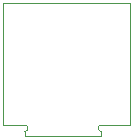
<source format=gbr>
%TF.GenerationSoftware,KiCad,Pcbnew,9.0.1*%
%TF.CreationDate,2025-07-04T14:26:18+02:00*%
%TF.ProjectId,USB_18pinOmnetics_straight,5553425f-3138-4706-996e-4f6d6e657469,rev?*%
%TF.SameCoordinates,Original*%
%TF.FileFunction,Profile,NP*%
%FSLAX46Y46*%
G04 Gerber Fmt 4.6, Leading zero omitted, Abs format (unit mm)*
G04 Created by KiCad (PCBNEW 9.0.1) date 2025-07-04 14:26:18*
%MOMM*%
%LPD*%
G01*
G04 APERTURE LIST*
%TA.AperFunction,Profile*%
%ADD10C,0.050000*%
%TD*%
G04 APERTURE END LIST*
D10*
X140700000Y-93400000D02*
X140000000Y-93400000D01*
X140700000Y-93400000D02*
X140700000Y-93500000D01*
X130000000Y-93400000D02*
X140000000Y-93400000D01*
X130000000Y-103725000D02*
X130000000Y-93400000D01*
X130000000Y-103725000D02*
X130600000Y-103725000D01*
X140700000Y-93500000D02*
X140700000Y-103725000D01*
X139359500Y-103725000D02*
X140700000Y-103725000D01*
X138297000Y-104274980D02*
G75*
G02*
X138300000Y-103725004I3000J274980D01*
G01*
X138300000Y-103725000D02*
X139359500Y-103725000D01*
X131797000Y-104275000D02*
X131797000Y-104675000D01*
X138297000Y-104274980D02*
X138297000Y-104675000D01*
X131797000Y-103725000D02*
G75*
G02*
X131797000Y-104275000I0J-275000D01*
G01*
X138297000Y-104675000D02*
X131797000Y-104675000D01*
X131797000Y-103725000D02*
X130600000Y-103725000D01*
M02*

</source>
